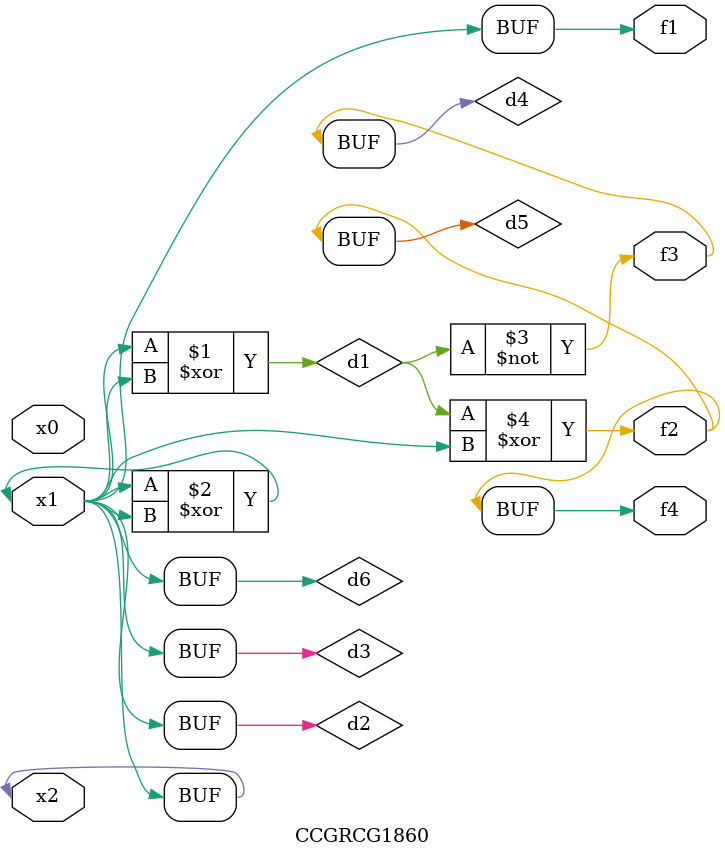
<source format=v>
module CCGRCG1860(
	input x0, x1, x2,
	output f1, f2, f3, f4
);

	wire d1, d2, d3, d4, d5, d6;

	xor (d1, x1, x2);
	buf (d2, x1, x2);
	xor (d3, x1, x2);
	nor (d4, d1);
	xor (d5, d1, d2);
	buf (d6, d2, d3);
	assign f1 = d6;
	assign f2 = d5;
	assign f3 = d4;
	assign f4 = d5;
endmodule

</source>
